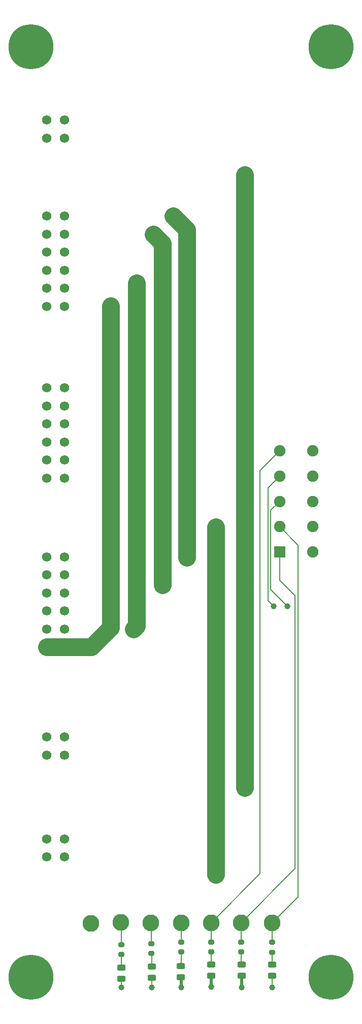
<source format=gbr>
%TF.GenerationSoftware,KiCad,Pcbnew,9.0.6*%
%TF.CreationDate,2026-03-01T09:21:26-05:00*%
%TF.ProjectId,acmi-pwrbrd,61636d69-2d70-4777-9262-72642e6b6963,rev?*%
%TF.SameCoordinates,Original*%
%TF.FileFunction,Copper,L1,Top*%
%TF.FilePolarity,Positive*%
%FSLAX46Y46*%
G04 Gerber Fmt 4.6, Leading zero omitted, Abs format (unit mm)*
G04 Created by KiCad (PCBNEW 9.0.6) date 2026-03-01 09:21:26*
%MOMM*%
%LPD*%
G01*
G04 APERTURE LIST*
G04 Aperture macros list*
%AMRoundRect*
0 Rectangle with rounded corners*
0 $1 Rounding radius*
0 $2 $3 $4 $5 $6 $7 $8 $9 X,Y pos of 4 corners*
0 Add a 4 corners polygon primitive as box body*
4,1,4,$2,$3,$4,$5,$6,$7,$8,$9,$2,$3,0*
0 Add four circle primitives for the rounded corners*
1,1,$1+$1,$2,$3*
1,1,$1+$1,$4,$5*
1,1,$1+$1,$6,$7*
1,1,$1+$1,$8,$9*
0 Add four rect primitives between the rounded corners*
20,1,$1+$1,$2,$3,$4,$5,0*
20,1,$1+$1,$4,$5,$6,$7,0*
20,1,$1+$1,$6,$7,$8,$9,0*
20,1,$1+$1,$8,$9,$2,$3,0*%
G04 Aperture macros list end*
%TA.AperFunction,SMDPad,CuDef*%
%ADD10RoundRect,0.200000X-0.275000X0.200000X-0.275000X-0.200000X0.275000X-0.200000X0.275000X0.200000X0*%
%TD*%
%TA.AperFunction,ComponentPad*%
%ADD11C,2.800000*%
%TD*%
%TA.AperFunction,SMDPad,CuDef*%
%ADD12RoundRect,0.243750X0.456250X-0.243750X0.456250X0.243750X-0.456250X0.243750X-0.456250X-0.243750X0*%
%TD*%
%TA.AperFunction,ComponentPad*%
%ADD13C,1.574800*%
%TD*%
%TA.AperFunction,ComponentPad*%
%ADD14C,7.500000*%
%TD*%
%TA.AperFunction,SMDPad,CuDef*%
%ADD15RoundRect,0.243750X-0.456250X0.243750X-0.456250X-0.243750X0.456250X-0.243750X0.456250X0.243750X0*%
%TD*%
%TA.AperFunction,ComponentPad*%
%ADD16R,1.900000X1.900000*%
%TD*%
%TA.AperFunction,ComponentPad*%
%ADD17C,1.900000*%
%TD*%
%TA.AperFunction,ViaPad*%
%ADD18C,1.000000*%
%TD*%
%TA.AperFunction,ViaPad*%
%ADD19C,2.000000*%
%TD*%
%TA.AperFunction,Conductor*%
%ADD20C,0.200000*%
%TD*%
%TA.AperFunction,Conductor*%
%ADD21C,0.500000*%
%TD*%
%TA.AperFunction,Conductor*%
%ADD22C,3.000000*%
%TD*%
G04 APERTURE END LIST*
D10*
%TO.P,R6,1*%
%TO.N,+12VB*%
X195212000Y-189206000D03*
%TO.P,R6,2*%
%TO.N,Net-(D6-A)*%
X195212000Y-190856000D03*
%TD*%
D11*
%TO.P,TP3,1,1*%
%TO.N,+5V*%
X185000000Y-185937500D03*
%TD*%
%TO.P,TP1,1,1*%
%TO.N,+15V*%
X175000000Y-185937500D03*
%TD*%
D12*
%TO.P,D6,1,K*%
%TO.N,GND*%
X195212000Y-194763000D03*
%TO.P,D6,2,A*%
%TO.N,Net-(D6-A)*%
X195212000Y-192888000D03*
%TD*%
D13*
%TO.P,J7,1*%
%TO.N,+15V*%
X157564301Y-83225000D03*
%TO.P,J7,2*%
%TO.N,+5V*%
X157564301Y-80225001D03*
%TO.P,J7,3*%
%TO.N,GND*%
X157564301Y-77225002D03*
%TO.P,J7,4*%
X157564301Y-74225002D03*
%TO.P,J7,5*%
%TO.N,-5V*%
X157564301Y-71225003D03*
%TO.P,J7,6*%
%TO.N,-15V*%
X157564301Y-68225004D03*
%TO.P,J7,7*%
%TO.N,+15V*%
X160564300Y-83225000D03*
%TO.P,J7,8*%
%TO.N,+5V*%
X160564300Y-80225001D03*
%TO.P,J7,9*%
%TO.N,GND*%
X160564300Y-77225002D03*
%TO.P,J7,10*%
X160564300Y-74225002D03*
%TO.P,J7,11*%
%TO.N,-5V*%
X160564300Y-71225003D03*
%TO.P,J7,12*%
%TO.N,-15V*%
X160564300Y-68225004D03*
%TD*%
D14*
%TO.P,MT2,1,1*%
%TO.N,GND*%
X205000000Y-40000000D03*
%TD*%
D11*
%TO.P,TP7,1,1*%
%TO.N,GND*%
X164986000Y-186030000D03*
%TD*%
%TO.P,TP5,1,1*%
%TO.N,+12VA*%
X190000000Y-185937500D03*
%TD*%
D10*
%TO.P,R3,1*%
%TO.N,+5V*%
X185000000Y-189175000D03*
%TO.P,R3,2*%
%TO.N,Net-(D3-A)*%
X185000000Y-190825000D03*
%TD*%
D13*
%TO.P,J4,1*%
%TO.N,+15V*%
X157564301Y-140000000D03*
%TO.P,J4,2*%
%TO.N,+5V*%
X157564301Y-137000001D03*
%TO.P,J4,3*%
%TO.N,GND*%
X157564301Y-134000002D03*
%TO.P,J4,4*%
X157564301Y-131000002D03*
%TO.P,J4,5*%
%TO.N,-5V*%
X157564301Y-128000003D03*
%TO.P,J4,6*%
%TO.N,-15V*%
X157564301Y-125000004D03*
%TO.P,J4,7*%
%TO.N,+15V*%
X160564300Y-140000000D03*
%TO.P,J4,8*%
%TO.N,+5V*%
X160564300Y-137000001D03*
%TO.P,J4,9*%
%TO.N,GND*%
X160564300Y-134000002D03*
%TO.P,J4,10*%
X160564300Y-131000002D03*
%TO.P,J4,11*%
%TO.N,-5V*%
X160564300Y-128000003D03*
%TO.P,J4,12*%
%TO.N,-15V*%
X160564300Y-125000004D03*
%TD*%
D10*
%TO.P,R5,1*%
%TO.N,+12VA*%
X190000000Y-189175000D03*
%TO.P,R5,2*%
%TO.N,Net-(D5-A)*%
X190000000Y-190825000D03*
%TD*%
%TO.P,R1,1*%
%TO.N,+15V*%
X175080000Y-189394000D03*
%TO.P,R1,2*%
%TO.N,Net-(D1-A)*%
X175080000Y-191044000D03*
%TD*%
D11*
%TO.P,TP4,1,1*%
%TO.N,-5V*%
X180000000Y-185937500D03*
%TD*%
D15*
%TO.P,D4,1,K*%
%TO.N,Net-(D4-K)*%
X179972000Y-193142000D03*
%TO.P,D4,2,A*%
%TO.N,GND*%
X179972000Y-195017000D03*
%TD*%
D11*
%TO.P,TP2,1,1*%
%TO.N,-15V*%
X170000000Y-185887500D03*
%TD*%
D12*
%TO.P,D5,1,K*%
%TO.N,GND*%
X190132000Y-194763000D03*
%TO.P,D5,2,A*%
%TO.N,Net-(D5-A)*%
X190132000Y-192888000D03*
%TD*%
D10*
%TO.P,R4,1*%
%TO.N,-5V*%
X180000000Y-189175000D03*
%TO.P,R4,2*%
%TO.N,Net-(D4-K)*%
X180000000Y-190825000D03*
%TD*%
D12*
%TO.P,D3,1,K*%
%TO.N,GND*%
X185052000Y-194763000D03*
%TO.P,D3,2,A*%
%TO.N,Net-(D3-A)*%
X185052000Y-192888000D03*
%TD*%
D11*
%TO.P,TP6,1,1*%
%TO.N,+12VB*%
X195212000Y-185937500D03*
%TD*%
D14*
%TO.P,MT3,1,1*%
%TO.N,GND*%
X155000000Y-195000000D03*
%TD*%
D16*
%TO.P,J6,1*%
%TO.N,+12VA*%
X196460000Y-124150000D03*
D17*
%TO.P,J6,2*%
%TO.N,+12VB*%
X196460000Y-119950000D03*
%TO.P,J6,3*%
%TO.N,+15V*%
X196460000Y-115750000D03*
%TO.P,J6,4*%
%TO.N,-15V*%
X196460000Y-111550000D03*
%TO.P,J6,5*%
%TO.N,+5V*%
X196460000Y-107350000D03*
%TO.P,J6,6*%
%TO.N,-5V*%
X201960000Y-124150000D03*
%TO.P,J6,7*%
%TO.N,GND*%
X201960000Y-119950000D03*
%TO.P,J6,8*%
X201960000Y-115750000D03*
%TO.P,J6,9*%
X201960000Y-111550000D03*
%TO.P,J6,10*%
X201960000Y-107350000D03*
%TD*%
D12*
%TO.P,D1,1,K*%
%TO.N,GND*%
X175146000Y-195110500D03*
%TO.P,D1,2,A*%
%TO.N,Net-(D1-A)*%
X175146000Y-193235500D03*
%TD*%
D15*
%TO.P,D2,1,K*%
%TO.N,Net-(D2-K)*%
X170066000Y-193396000D03*
%TO.P,D2,2,A*%
%TO.N,GND*%
X170066000Y-195271000D03*
%TD*%
D13*
%TO.P,J2,1*%
%TO.N,+12VB*%
X157564301Y-175000000D03*
%TO.P,J2,2*%
%TO.N,unconnected-(J2-Pad2)*%
X157564301Y-172000001D03*
%TO.P,J2,3*%
%TO.N,GND*%
X160564300Y-175000000D03*
%TO.P,J2,4*%
X160564300Y-172000001D03*
%TD*%
D10*
%TO.P,R2,1*%
%TO.N,-15V*%
X170066000Y-189586000D03*
%TO.P,R2,2*%
%TO.N,Net-(D2-K)*%
X170066000Y-191236000D03*
%TD*%
D13*
%TO.P,J1,1*%
%TO.N,+12VA*%
X157564301Y-157999999D03*
%TO.P,J1,2*%
%TO.N,unconnected-(J1-Pad2)*%
X157564301Y-155000000D03*
%TO.P,J1,3*%
%TO.N,GND*%
X160564300Y-157999999D03*
%TO.P,J1,4*%
X160564300Y-155000000D03*
%TD*%
D14*
%TO.P,MT1,1,1*%
%TO.N,GND*%
X155000000Y-40000000D03*
%TD*%
D13*
%TO.P,J5,1*%
%TO.N,+12VA*%
X157564301Y-55225001D03*
%TO.P,J5,2*%
%TO.N,unconnected-(J5-Pad2)*%
X157564301Y-52225002D03*
%TO.P,J5,3*%
%TO.N,GND*%
X160564300Y-55225001D03*
%TO.P,J5,4*%
X160564300Y-52225002D03*
%TD*%
%TO.P,J3,1*%
%TO.N,+15V*%
X157564301Y-111839598D03*
%TO.P,J3,2*%
%TO.N,+5V*%
X157564301Y-108839599D03*
%TO.P,J3,3*%
%TO.N,GND*%
X157564301Y-105839600D03*
%TO.P,J3,4*%
X157564301Y-102839600D03*
%TO.P,J3,5*%
%TO.N,-5V*%
X157564301Y-99839601D03*
%TO.P,J3,6*%
%TO.N,-15V*%
X157564301Y-96839602D03*
%TO.P,J3,7*%
%TO.N,+15V*%
X160564300Y-111839598D03*
%TO.P,J3,8*%
%TO.N,+5V*%
X160564300Y-108839599D03*
%TO.P,J3,9*%
%TO.N,GND*%
X160564300Y-105839600D03*
%TO.P,J3,10*%
X160564300Y-102839600D03*
%TO.P,J3,11*%
%TO.N,-5V*%
X160564300Y-99839601D03*
%TO.P,J3,12*%
%TO.N,-15V*%
X160564300Y-96839602D03*
%TD*%
D14*
%TO.P,MT4,1,1*%
%TO.N,GND*%
X205000000Y-195000000D03*
%TD*%
D18*
%TO.N,GND*%
X190132000Y-196725500D03*
X179997000Y-196698000D03*
X170066000Y-196698000D03*
X195212000Y-196698000D03*
X185052000Y-196650500D03*
X175146000Y-196735500D03*
D19*
%TO.N,+5V*%
X172098000Y-137008000D03*
X172606000Y-79350000D03*
X172606000Y-107290000D03*
%TO.N,-5V*%
X176924000Y-129642000D03*
X175400000Y-71222000D03*
X176924000Y-99924000D03*
%TO.N,+15V*%
X168288000Y-83160000D03*
X168288000Y-115672000D03*
X168288000Y-111862000D03*
D18*
X197752000Y-133198000D03*
D19*
%TO.N,-15V*%
X180988000Y-111608000D03*
X180988000Y-125070000D03*
X178702000Y-68174000D03*
X180988000Y-96876000D03*
D18*
X195466000Y-133198000D03*
D19*
%TO.N,+12VA*%
X190640000Y-163424000D03*
X190640000Y-124054000D03*
X190640000Y-61316000D03*
%TO.N,+12VB*%
X185814000Y-177902000D03*
X185814000Y-119990000D03*
%TD*%
D20*
%TO.N,Net-(D1-A)*%
X175146000Y-193235500D02*
X175146000Y-191110000D01*
%TO.N,GND*%
X170066000Y-195271000D02*
X170066000Y-196698000D01*
D21*
X179997000Y-196698000D02*
X179997000Y-195067000D01*
X185052000Y-196650500D02*
X185052000Y-194763000D01*
D20*
X195212000Y-194763000D02*
X195212000Y-196698000D01*
X175146000Y-195110500D02*
X175146000Y-196735500D01*
D21*
X190132000Y-196725500D02*
X190132000Y-194838000D01*
D20*
%TO.N,Net-(D2-K)*%
X170066000Y-193396000D02*
X170066000Y-191236000D01*
%TO.N,+5V*%
X193180000Y-177757500D02*
X193180000Y-110630000D01*
D22*
X172090001Y-137000001D02*
X172098000Y-137008000D01*
X172606000Y-107290000D02*
X172606000Y-136484002D01*
X172606000Y-107290000D02*
X172606000Y-79350000D01*
X172606000Y-136484002D02*
X172090001Y-137000001D01*
D20*
X185000000Y-185937500D02*
X185000000Y-189175000D01*
X185000000Y-185937500D02*
X193180000Y-177757500D01*
X193180000Y-110630000D02*
X196460000Y-107350000D01*
D22*
%TO.N,-5V*%
X176924000Y-129642000D02*
X176924000Y-72746000D01*
X176924000Y-72746000D02*
X175400000Y-71222000D01*
D20*
X180000000Y-185937500D02*
X180000000Y-189175000D01*
D22*
%TO.N,+15V*%
X168288000Y-115672000D02*
X168288000Y-136754000D01*
D20*
X175080000Y-189394000D02*
X175080000Y-186017500D01*
D22*
X168288000Y-136754000D02*
X165042000Y-140000000D01*
X168288000Y-111862000D02*
X168288000Y-115672000D01*
D20*
X194958000Y-117252000D02*
X196460000Y-115750000D01*
D22*
X165042000Y-140000000D02*
X157564301Y-140000000D01*
D20*
X194958000Y-130404000D02*
X194958000Y-117252000D01*
X197752000Y-133198000D02*
X194958000Y-130404000D01*
D22*
X168288000Y-83160000D02*
X168288000Y-111862000D01*
%TO.N,-15V*%
X180988000Y-70460000D02*
X180988000Y-111608000D01*
D20*
X194557000Y-132289000D02*
X194557000Y-113453000D01*
D22*
X178702000Y-68174000D02*
X180988000Y-70460000D01*
D20*
X170066000Y-189586000D02*
X170066000Y-185953500D01*
D22*
X180988000Y-111608000D02*
X180988000Y-125070000D01*
D20*
X195466000Y-133198000D02*
X194557000Y-132289000D01*
X194557000Y-113453000D02*
X196460000Y-111550000D01*
%TO.N,Net-(D6-A)*%
X195212000Y-192888000D02*
X195212000Y-190856000D01*
%TO.N,+12VA*%
X190000000Y-189175000D02*
X190000000Y-185937500D01*
D22*
X190640000Y-61316000D02*
X190640000Y-163424000D01*
D20*
X190000000Y-185937500D02*
X199022000Y-176915500D01*
X199022000Y-176915500D02*
X199022000Y-131420000D01*
X199022000Y-131420000D02*
X196460000Y-128858000D01*
X196460000Y-128858000D02*
X196460000Y-124150000D01*
%TO.N,Net-(D3-A)*%
X185000000Y-192582000D02*
X185000000Y-190825000D01*
%TO.N,Net-(D4-K)*%
X180000000Y-192606000D02*
X180000000Y-190825000D01*
X179972000Y-192634000D02*
X180000000Y-192606000D01*
X179972000Y-193142000D02*
X179972000Y-192634000D01*
%TO.N,Net-(D5-A)*%
X190000000Y-190825000D02*
X190000000Y-192756000D01*
D22*
%TO.N,+12VB*%
X185814000Y-119990000D02*
X185814000Y-177902000D01*
D20*
X195212000Y-185937500D02*
X199530000Y-181619500D01*
X199530000Y-123020000D02*
X196460000Y-119950000D01*
X199530000Y-181619500D02*
X199530000Y-123020000D01*
X195212000Y-185937500D02*
X195212000Y-189206000D01*
%TD*%
M02*

</source>
